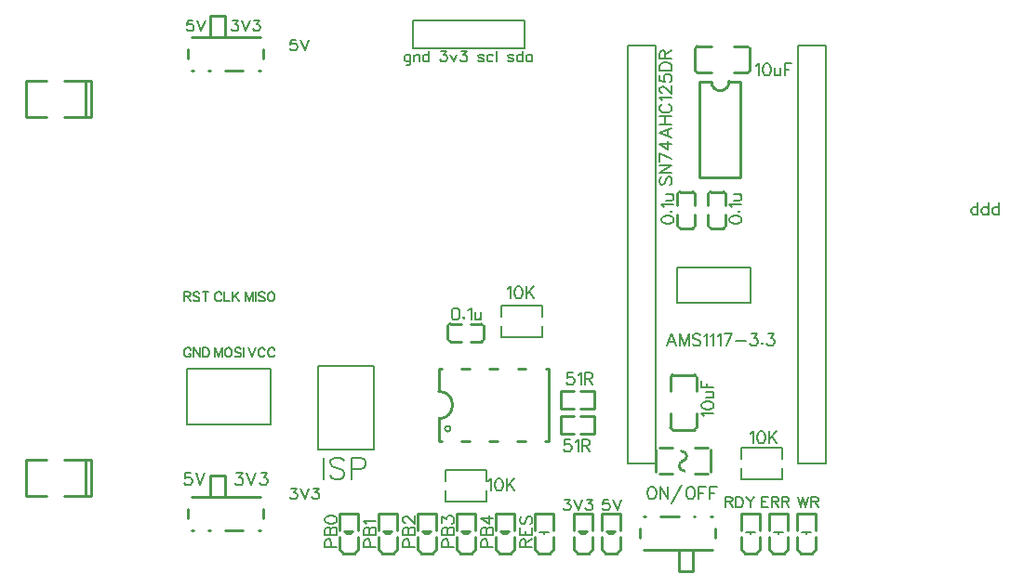
<source format=gto>
G04 Layer: TopSilkLayer*
G04 EasyEDA v6.4.17, 2021-03-02T21:28:07+01:00*
G04 1007e7e2c1864e39a1c220729244a999,9c416354eb984020824aaf9c885bead6,10*
G04 Gerber Generator version 0.2*
G04 Scale: 100 percent, Rotated: No, Reflected: No *
G04 Dimensions in inches *
G04 leading zeros omitted , absolute positions ,3 integer and 6 decimal *
%FSLAX36Y36*%
%MOIN*%

%ADD10C,0.0100*%
%ADD43C,0.0080*%
%ADD44C,0.0059*%
%ADD45C,0.0080*%
%ADD46C,0.0080*%
%ADD47C,0.0079*%
%ADD48C,0.0079*%
%ADD49C,0.0059*%
%ADD50C,0.0070*%
%ADD51C,0.0060*%

%LPD*%
D45*
X1161800Y837600D02*
G01*
X1161800Y808499D01*
X1160000Y803099D01*
X1158199Y801300D01*
X1154499Y799499D01*
X1149099Y799499D01*
X1145500Y801300D01*
X1161800Y832199D02*
G01*
X1158199Y835799D01*
X1154499Y837600D01*
X1149099Y837600D01*
X1145500Y835799D01*
X1141800Y832199D01*
X1140000Y826700D01*
X1140000Y823099D01*
X1141800Y817600D01*
X1145500Y814000D01*
X1149099Y812199D01*
X1154499Y812199D01*
X1158199Y814000D01*
X1161800Y817600D01*
X1173800Y837600D02*
G01*
X1173800Y812199D01*
X1173800Y830399D02*
G01*
X1179300Y835799D01*
X1182899Y837600D01*
X1188400Y837600D01*
X1191999Y835799D01*
X1193800Y830399D01*
X1193800Y812199D01*
X1227600Y850399D02*
G01*
X1227600Y812199D01*
X1227600Y832199D02*
G01*
X1223999Y835799D01*
X1220399Y837600D01*
X1214899Y837600D01*
X1211300Y835799D01*
X1207600Y832199D01*
X1205799Y826700D01*
X1205799Y823099D01*
X1207600Y817600D01*
X1211300Y814000D01*
X1214899Y812199D01*
X1220399Y812199D01*
X1223999Y814000D01*
X1227600Y817600D01*
X1271300Y850399D02*
G01*
X1291300Y850399D01*
X1280399Y835799D01*
X1285799Y835799D01*
X1289499Y834000D01*
X1291300Y832199D01*
X1293100Y826700D01*
X1293100Y823099D01*
X1291300Y817600D01*
X1287600Y814000D01*
X1282200Y812199D01*
X1276700Y812199D01*
X1271300Y814000D01*
X1269499Y815799D01*
X1267600Y819499D01*
X1305100Y837600D02*
G01*
X1316000Y812199D01*
X1326899Y837600D02*
G01*
X1316000Y812199D01*
X1342500Y850399D02*
G01*
X1362500Y850399D01*
X1351599Y835799D01*
X1357100Y835799D01*
X1360699Y834000D01*
X1362500Y832199D01*
X1364399Y826700D01*
X1364399Y823099D01*
X1362500Y817600D01*
X1358900Y814000D01*
X1353500Y812199D01*
X1348000Y812199D01*
X1342500Y814000D01*
X1340699Y815799D01*
X1338900Y819499D01*
X1424399Y832199D02*
G01*
X1422500Y835799D01*
X1417100Y837600D01*
X1411599Y837600D01*
X1406199Y835799D01*
X1404399Y832199D01*
X1406199Y828499D01*
X1409799Y826700D01*
X1418900Y824899D01*
X1422500Y823099D01*
X1424399Y819499D01*
X1424399Y817600D01*
X1422500Y814000D01*
X1417100Y812199D01*
X1411599Y812199D01*
X1406199Y814000D01*
X1404399Y817600D01*
X1458199Y832199D02*
G01*
X1454499Y835799D01*
X1450900Y837600D01*
X1445500Y837600D01*
X1441800Y835799D01*
X1438199Y832199D01*
X1436400Y826700D01*
X1436400Y823099D01*
X1438199Y817600D01*
X1441800Y814000D01*
X1445500Y812199D01*
X1450900Y812199D01*
X1454499Y814000D01*
X1458199Y817600D01*
X1470200Y850399D02*
G01*
X1470200Y812199D01*
X1530200Y832199D02*
G01*
X1528400Y835799D01*
X1522899Y837600D01*
X1517500Y837600D01*
X1511999Y835799D01*
X1510200Y832199D01*
X1511999Y828499D01*
X1515600Y826700D01*
X1524700Y824899D01*
X1528400Y823099D01*
X1530200Y819499D01*
X1530200Y817600D01*
X1528400Y814000D01*
X1522899Y812199D01*
X1517500Y812199D01*
X1511999Y814000D01*
X1510200Y817600D01*
X1563999Y850399D02*
G01*
X1563999Y812199D01*
X1563999Y832199D02*
G01*
X1560399Y835799D01*
X1556700Y837600D01*
X1551300Y837600D01*
X1547600Y835799D01*
X1543999Y832199D01*
X1542200Y826700D01*
X1542200Y823099D01*
X1543999Y817600D01*
X1547600Y814000D01*
X1551300Y812199D01*
X1556700Y812199D01*
X1560399Y814000D01*
X1563999Y817600D01*
X1597799Y837600D02*
G01*
X1597799Y812199D01*
X1597799Y832199D02*
G01*
X1594200Y835799D01*
X1590500Y837600D01*
X1585100Y837600D01*
X1581499Y835799D01*
X1577799Y832199D01*
X1576000Y826700D01*
X1576000Y823099D01*
X1577799Y817600D01*
X1581499Y814000D01*
X1585100Y812199D01*
X1590500Y812199D01*
X1594200Y814000D01*
X1597799Y817600D01*
X850000Y-609299D02*
G01*
X850000Y-685599D01*
X924899Y-620199D02*
G01*
X917600Y-612899D01*
X906700Y-609299D01*
X892199Y-609299D01*
X881300Y-612899D01*
X874000Y-620199D01*
X874000Y-627500D01*
X877600Y-634699D01*
X881300Y-638400D01*
X888499Y-641999D01*
X910399Y-649299D01*
X917600Y-652899D01*
X921300Y-656500D01*
X924899Y-663800D01*
X924899Y-674699D01*
X917600Y-681999D01*
X906700Y-685599D01*
X892199Y-685599D01*
X881300Y-681999D01*
X874000Y-674699D01*
X948899Y-609299D02*
G01*
X948899Y-685599D01*
X948899Y-609299D02*
G01*
X981599Y-609299D01*
X992500Y-612899D01*
X996199Y-616500D01*
X999799Y-623800D01*
X999799Y-634699D01*
X996199Y-641999D01*
X992500Y-645599D01*
X981599Y-649299D01*
X948899Y-649299D01*
X374499Y-664600D02*
G01*
X354099Y-664600D01*
X351999Y-683000D01*
X354099Y-680999D01*
X360199Y-678899D01*
X366399Y-678899D01*
X372500Y-680999D01*
X376599Y-685000D01*
X378600Y-691199D01*
X378600Y-695300D01*
X376599Y-701399D01*
X372500Y-705500D01*
X366399Y-707500D01*
X360199Y-707500D01*
X354099Y-705500D01*
X351999Y-703499D01*
X350000Y-699400D01*
X392100Y-664600D02*
G01*
X408499Y-707500D01*
X424899Y-664600D02*
G01*
X408499Y-707500D01*
X536999Y-664600D02*
G01*
X559499Y-664600D01*
X547199Y-680999D01*
X553299Y-680999D01*
X557399Y-683000D01*
X559499Y-685000D01*
X561500Y-691199D01*
X561500Y-695300D01*
X559499Y-701399D01*
X555399Y-705500D01*
X549200Y-707500D01*
X543099Y-707500D01*
X536999Y-705500D01*
X534899Y-703499D01*
X532899Y-699400D01*
X575000Y-664600D02*
G01*
X591399Y-707500D01*
X607699Y-664600D02*
G01*
X591399Y-707500D01*
X625300Y-664600D02*
G01*
X647800Y-664600D01*
X635500Y-680999D01*
X641700Y-680999D01*
X645799Y-683000D01*
X647800Y-685000D01*
X649899Y-691199D01*
X649899Y-695300D01*
X647800Y-701399D01*
X643699Y-705500D01*
X637600Y-707500D01*
X631500Y-707500D01*
X625300Y-705500D01*
X623299Y-703499D01*
X621199Y-699400D01*
X751799Y890399D02*
G01*
X733600Y890399D01*
X731799Y874000D01*
X733600Y875799D01*
X739099Y877600D01*
X744499Y877600D01*
X750000Y875799D01*
X753600Y872199D01*
X755500Y866700D01*
X755500Y863099D01*
X753600Y857600D01*
X750000Y854000D01*
X744499Y852199D01*
X739099Y852199D01*
X733600Y854000D01*
X731799Y855799D01*
X730000Y859499D01*
X767500Y890399D02*
G01*
X781999Y852199D01*
X796500Y890399D02*
G01*
X781999Y852199D01*
X733600Y-719600D02*
G01*
X753600Y-719600D01*
X742699Y-734200D01*
X748200Y-734200D01*
X751799Y-735999D01*
X753600Y-737800D01*
X755500Y-743299D01*
X755500Y-746900D01*
X753600Y-752399D01*
X750000Y-755999D01*
X744499Y-757800D01*
X739099Y-757800D01*
X733600Y-755999D01*
X731799Y-754200D01*
X730000Y-750500D01*
X767500Y-719600D02*
G01*
X781999Y-757800D01*
X796500Y-719600D02*
G01*
X781999Y-757800D01*
X812199Y-719600D02*
G01*
X832199Y-719600D01*
X821300Y-734200D01*
X826700Y-734200D01*
X830399Y-735999D01*
X832199Y-737800D01*
X834000Y-743299D01*
X834000Y-746900D01*
X832199Y-752399D01*
X828499Y-755999D01*
X823099Y-757800D01*
X817600Y-757800D01*
X812199Y-755999D01*
X810399Y-754200D01*
X808499Y-750500D01*
X381500Y959699D02*
G01*
X363600Y959699D01*
X361799Y943600D01*
X363600Y945399D01*
X368899Y947199D01*
X374299Y947199D01*
X379699Y945399D01*
X383299Y941799D01*
X385100Y936500D01*
X385100Y932899D01*
X383299Y927500D01*
X379699Y923899D01*
X374299Y922100D01*
X368899Y922100D01*
X363600Y923899D01*
X361799Y925700D01*
X360000Y929299D01*
X396900Y959699D02*
G01*
X411199Y922100D01*
X425500Y959699D02*
G01*
X411199Y922100D01*
X523600Y959699D02*
G01*
X543200Y959699D01*
X532500Y945399D01*
X537899Y945399D01*
X541500Y943600D01*
X543200Y941799D01*
X545000Y936500D01*
X545000Y932899D01*
X543200Y927500D01*
X539699Y923899D01*
X534299Y922100D01*
X528899Y922100D01*
X523600Y923899D01*
X521799Y925700D01*
X520000Y929299D01*
X556900Y959699D02*
G01*
X571199Y922100D01*
X585500Y959699D02*
G01*
X571199Y922100D01*
X600900Y959699D02*
G01*
X620599Y959699D01*
X609800Y945399D01*
X615199Y945399D01*
X618800Y943600D01*
X620599Y941799D01*
X622300Y936500D01*
X622300Y932899D01*
X620599Y927500D01*
X616999Y923899D01*
X611599Y922100D01*
X606199Y922100D01*
X600900Y923899D01*
X599099Y925700D01*
X597300Y929299D01*
D50*
X3194499Y305399D02*
G01*
X3194499Y262500D01*
X3194499Y285000D02*
G01*
X3190500Y289000D01*
X3186400Y291100D01*
X3180200Y291100D01*
X3176099Y289000D01*
X3171999Y285000D01*
X3170000Y278800D01*
X3170000Y274699D01*
X3171999Y268600D01*
X3176099Y264499D01*
X3180200Y262500D01*
X3186400Y262500D01*
X3190500Y264499D01*
X3194499Y268600D01*
X3232600Y305399D02*
G01*
X3232600Y262500D01*
X3232600Y285000D02*
G01*
X3228500Y289000D01*
X3224399Y291100D01*
X3218299Y291100D01*
X3214200Y289000D01*
X3210100Y285000D01*
X3208000Y278800D01*
X3208000Y274699D01*
X3210100Y268600D01*
X3214200Y264499D01*
X3218299Y262500D01*
X3224399Y262500D01*
X3228500Y264499D01*
X3232600Y268600D01*
X3270600Y305399D02*
G01*
X3270600Y262500D01*
X3270600Y285000D02*
G01*
X3266499Y289000D01*
X3262500Y291100D01*
X3256300Y291100D01*
X3252200Y289000D01*
X3248100Y285000D01*
X3246099Y278800D01*
X3246099Y274699D01*
X3248100Y268600D01*
X3252200Y264499D01*
X3256300Y262500D01*
X3262500Y262500D01*
X3266499Y264499D01*
X3270600Y268600D01*
D51*
X2400000Y797199D02*
G01*
X2404099Y799299D01*
X2410200Y805399D01*
X2410200Y762500D01*
X2436000Y805399D02*
G01*
X2429899Y803400D01*
X2425799Y797199D01*
X2423699Y786999D01*
X2423699Y780900D01*
X2425799Y770599D01*
X2429899Y764499D01*
X2436000Y762500D01*
X2440100Y762500D01*
X2446199Y764499D01*
X2450299Y770599D01*
X2452399Y780900D01*
X2452399Y786999D01*
X2450299Y797199D01*
X2446199Y803400D01*
X2440100Y805399D01*
X2436000Y805399D01*
X2465900Y791100D02*
G01*
X2465900Y770599D01*
X2467899Y764499D01*
X2471999Y762500D01*
X2478100Y762500D01*
X2482200Y764499D01*
X2488400Y770599D01*
X2488400Y791100D02*
G01*
X2488400Y762500D01*
X2501899Y805399D02*
G01*
X2501899Y762500D01*
X2501899Y805399D02*
G01*
X2528500Y805399D01*
X2501899Y785000D02*
G01*
X2518199Y785000D01*
X2212799Y-460000D02*
G01*
X2210699Y-455900D01*
X2204600Y-449800D01*
X2247500Y-449800D01*
X2204600Y-424000D02*
G01*
X2206599Y-430100D01*
X2212799Y-434200D01*
X2223000Y-436300D01*
X2229099Y-436300D01*
X2239399Y-434200D01*
X2245500Y-430100D01*
X2247500Y-424000D01*
X2247500Y-419899D01*
X2245500Y-413800D01*
X2239399Y-409699D01*
X2229099Y-407600D01*
X2223000Y-407600D01*
X2212799Y-409699D01*
X2206599Y-413800D01*
X2204600Y-419899D01*
X2204600Y-424000D01*
X2218900Y-394099D02*
G01*
X2239399Y-394099D01*
X2245500Y-392100D01*
X2247500Y-388000D01*
X2247500Y-381900D01*
X2245500Y-377800D01*
X2239399Y-371599D01*
X2218900Y-371599D02*
G01*
X2247500Y-371599D01*
X2204600Y-358099D02*
G01*
X2247500Y-358099D01*
X2204600Y-358099D02*
G01*
X2204600Y-331500D01*
X2225000Y-358099D02*
G01*
X2225000Y-341799D01*
X2420000Y-749600D02*
G01*
X2420000Y-787800D01*
X2420000Y-749600D02*
G01*
X2443599Y-749600D01*
X2420000Y-767800D02*
G01*
X2434499Y-767800D01*
X2420000Y-787800D02*
G01*
X2443599Y-787800D01*
X2455600Y-749600D02*
G01*
X2455600Y-787800D01*
X2455600Y-749600D02*
G01*
X2471999Y-749600D01*
X2477500Y-751500D01*
X2479300Y-753299D01*
X2481099Y-756900D01*
X2481099Y-760500D01*
X2479300Y-764200D01*
X2477500Y-765999D01*
X2471999Y-767800D01*
X2455600Y-767800D01*
X2468400Y-767800D02*
G01*
X2481099Y-787800D01*
X2493100Y-749600D02*
G01*
X2493100Y-787800D01*
X2493100Y-749600D02*
G01*
X2509499Y-749600D01*
X2514899Y-751500D01*
X2516700Y-753299D01*
X2518500Y-756900D01*
X2518500Y-760500D01*
X2516700Y-764200D01*
X2514899Y-765999D01*
X2509499Y-767800D01*
X2493100Y-767800D01*
X2505799Y-767800D02*
G01*
X2518500Y-787800D01*
X1554600Y-930000D02*
G01*
X1597500Y-930000D01*
X1554600Y-930000D02*
G01*
X1554600Y-911599D01*
X1556599Y-905500D01*
X1558699Y-903400D01*
X1562799Y-901399D01*
X1566899Y-901399D01*
X1571000Y-903400D01*
X1573000Y-905500D01*
X1575000Y-911599D01*
X1575000Y-930000D01*
X1575000Y-915700D02*
G01*
X1597500Y-901399D01*
X1554600Y-887899D02*
G01*
X1597500Y-887899D01*
X1554600Y-887899D02*
G01*
X1554600Y-861300D01*
X1575000Y-887899D02*
G01*
X1575000Y-871500D01*
X1597500Y-887899D02*
G01*
X1597500Y-861300D01*
X1560699Y-819099D02*
G01*
X1556599Y-823200D01*
X1554600Y-829400D01*
X1554600Y-837500D01*
X1556599Y-843699D01*
X1560699Y-847800D01*
X1564799Y-847800D01*
X1568900Y-845700D01*
X1571000Y-843699D01*
X1573000Y-839600D01*
X1577100Y-827300D01*
X1579099Y-823200D01*
X1581199Y-821199D01*
X1585299Y-819099D01*
X1591400Y-819099D01*
X1595500Y-823200D01*
X1597500Y-829400D01*
X1597500Y-837500D01*
X1595500Y-843699D01*
X1591400Y-847800D01*
X2290000Y-749600D02*
G01*
X2290000Y-787800D01*
X2290000Y-749600D02*
G01*
X2306400Y-749600D01*
X2311800Y-751500D01*
X2313599Y-753299D01*
X2315500Y-756900D01*
X2315500Y-760500D01*
X2313599Y-764200D01*
X2311800Y-765999D01*
X2306400Y-767800D01*
X2290000Y-767800D01*
X2302700Y-767800D02*
G01*
X2315500Y-787800D01*
X2327500Y-749600D02*
G01*
X2327500Y-787800D01*
X2327500Y-749600D02*
G01*
X2340200Y-749600D01*
X2345600Y-751500D01*
X2349300Y-755100D01*
X2351099Y-758699D01*
X2352899Y-764200D01*
X2352899Y-773299D01*
X2351099Y-778699D01*
X2349300Y-782399D01*
X2345600Y-785999D01*
X2340200Y-787800D01*
X2327500Y-787800D01*
X2364899Y-749600D02*
G01*
X2379499Y-767800D01*
X2379499Y-787800D01*
X2393999Y-749600D02*
G01*
X2379499Y-767800D01*
X2550000Y-749600D02*
G01*
X2559099Y-787800D01*
X2568199Y-749600D02*
G01*
X2559099Y-787800D01*
X2568199Y-749600D02*
G01*
X2577299Y-787800D01*
X2586400Y-749600D02*
G01*
X2577299Y-787800D01*
X2598400Y-749600D02*
G01*
X2598400Y-787800D01*
X2598400Y-749600D02*
G01*
X2614700Y-749600D01*
X2620200Y-751500D01*
X2621999Y-753299D01*
X2623800Y-756900D01*
X2623800Y-760500D01*
X2621999Y-764200D01*
X2620200Y-765999D01*
X2614700Y-767800D01*
X2598400Y-767800D01*
X2611099Y-767800D02*
G01*
X2623800Y-787800D01*
X1713599Y-759600D02*
G01*
X1733599Y-759600D01*
X1722700Y-774200D01*
X1728199Y-774200D01*
X1731800Y-775999D01*
X1733599Y-777800D01*
X1735500Y-783299D01*
X1735500Y-786900D01*
X1733599Y-792399D01*
X1730000Y-795999D01*
X1724499Y-797800D01*
X1719099Y-797800D01*
X1713599Y-795999D01*
X1711800Y-794200D01*
X1710000Y-790500D01*
X1747500Y-759600D02*
G01*
X1761999Y-797800D01*
X1776499Y-759600D02*
G01*
X1761999Y-797800D01*
X1792200Y-759600D02*
G01*
X1812200Y-759600D01*
X1801300Y-774200D01*
X1806700Y-774200D01*
X1810399Y-775999D01*
X1812200Y-777800D01*
X1813999Y-783299D01*
X1813999Y-786900D01*
X1812200Y-792399D01*
X1808500Y-795999D01*
X1803100Y-797800D01*
X1797600Y-797800D01*
X1792200Y-795999D01*
X1790399Y-794200D01*
X1788500Y-790500D01*
X1871800Y-759600D02*
G01*
X1853599Y-759600D01*
X1851800Y-775999D01*
X1853599Y-774200D01*
X1859099Y-772399D01*
X1864499Y-772399D01*
X1870000Y-774200D01*
X1873599Y-777800D01*
X1875500Y-783299D01*
X1875500Y-786900D01*
X1873599Y-792399D01*
X1870000Y-795999D01*
X1864499Y-797800D01*
X1859099Y-797800D01*
X1853599Y-795999D01*
X1851800Y-794200D01*
X1850000Y-790500D01*
X1887500Y-759600D02*
G01*
X1901999Y-797800D01*
X1916499Y-759600D02*
G01*
X1901999Y-797800D01*
X1744579Y-304600D02*
G01*
X1724080Y-304600D01*
X1722079Y-323000D01*
X1724080Y-320999D01*
X1730180Y-318899D01*
X1736379Y-318899D01*
X1742479Y-320999D01*
X1746580Y-325000D01*
X1748680Y-331199D01*
X1748680Y-335300D01*
X1746580Y-341399D01*
X1742479Y-345500D01*
X1736379Y-347500D01*
X1730180Y-347500D01*
X1724080Y-345500D01*
X1722079Y-343499D01*
X1719979Y-339400D01*
X1762179Y-312800D02*
G01*
X1766180Y-310700D01*
X1772380Y-304600D01*
X1772380Y-347500D01*
X1785879Y-304600D02*
G01*
X1785879Y-347500D01*
X1785879Y-304600D02*
G01*
X1804279Y-304600D01*
X1810379Y-306599D01*
X1812479Y-308699D01*
X1814480Y-312800D01*
X1814480Y-316900D01*
X1812479Y-320999D01*
X1810379Y-323000D01*
X1804279Y-325000D01*
X1785879Y-325000D01*
X1800180Y-325000D02*
G01*
X1814480Y-347500D01*
X1734579Y-544600D02*
G01*
X1714080Y-544600D01*
X1712079Y-563000D01*
X1714080Y-560999D01*
X1720180Y-558899D01*
X1726379Y-558899D01*
X1732479Y-560999D01*
X1736580Y-565000D01*
X1738680Y-571199D01*
X1738680Y-575300D01*
X1736580Y-581399D01*
X1732479Y-585500D01*
X1726379Y-587500D01*
X1720180Y-587500D01*
X1714080Y-585500D01*
X1712079Y-583499D01*
X1709979Y-579400D01*
X1752179Y-552800D02*
G01*
X1756180Y-550700D01*
X1762380Y-544600D01*
X1762380Y-587500D01*
X1775879Y-544600D02*
G01*
X1775879Y-587500D01*
X1775879Y-544600D02*
G01*
X1794279Y-544600D01*
X1800379Y-546599D01*
X1802479Y-548699D01*
X1804480Y-552800D01*
X1804480Y-556900D01*
X1802479Y-560999D01*
X1800379Y-563000D01*
X1794279Y-565000D01*
X1775879Y-565000D01*
X1790180Y-565000D02*
G01*
X1804480Y-587500D01*
X350000Y-14699D02*
G01*
X350000Y-48099D01*
X350000Y-14699D02*
G01*
X364299Y-14699D01*
X369099Y-16300D01*
X370700Y-17899D01*
X372300Y-20999D01*
X372300Y-24200D01*
X370700Y-27399D01*
X369099Y-29000D01*
X364299Y-30599D01*
X350000Y-30599D01*
X361100Y-30599D02*
G01*
X372300Y-48099D01*
X405000Y-19499D02*
G01*
X401900Y-16300D01*
X397100Y-14699D01*
X390700Y-14699D01*
X385999Y-16300D01*
X382800Y-19499D01*
X382800Y-22600D01*
X384400Y-25799D01*
X385999Y-27399D01*
X389099Y-29000D01*
X398699Y-32199D01*
X401900Y-33800D01*
X403499Y-35399D01*
X405000Y-38499D01*
X405000Y-43299D01*
X401900Y-46500D01*
X397100Y-48099D01*
X390700Y-48099D01*
X385999Y-46500D01*
X382800Y-43299D01*
X426700Y-14699D02*
G01*
X426700Y-48099D01*
X415500Y-14699D02*
G01*
X437800Y-14699D01*
X483899Y-22600D02*
G01*
X482300Y-19499D01*
X479099Y-16300D01*
X475900Y-14699D01*
X469499Y-14699D01*
X466399Y-16300D01*
X463200Y-19499D01*
X461599Y-22600D01*
X460000Y-27399D01*
X460000Y-35399D01*
X461599Y-40100D01*
X463200Y-43299D01*
X466399Y-46500D01*
X469499Y-48099D01*
X475900Y-48099D01*
X479099Y-46500D01*
X482300Y-43299D01*
X483899Y-40100D01*
X494400Y-14699D02*
G01*
X494400Y-48099D01*
X494400Y-48099D02*
G01*
X513499Y-48099D01*
X524000Y-14699D02*
G01*
X524000Y-48099D01*
X546199Y-14699D02*
G01*
X524000Y-36999D01*
X531900Y-29000D02*
G01*
X546199Y-48099D01*
X570000Y-14699D02*
G01*
X570000Y-48099D01*
X570000Y-14699D02*
G01*
X582699Y-48099D01*
X595500Y-14699D02*
G01*
X582699Y-48099D01*
X595500Y-14699D02*
G01*
X595500Y-48099D01*
X605999Y-14699D02*
G01*
X605999Y-48099D01*
X638699Y-19499D02*
G01*
X635500Y-16300D01*
X630799Y-14699D01*
X624400Y-14699D01*
X619600Y-16300D01*
X616500Y-19499D01*
X616500Y-22600D01*
X618000Y-25799D01*
X619600Y-27399D01*
X622800Y-29000D01*
X632399Y-32199D01*
X635500Y-33800D01*
X637100Y-35399D01*
X638699Y-38499D01*
X638699Y-43299D01*
X635500Y-46500D01*
X630799Y-48099D01*
X624400Y-48099D01*
X619600Y-46500D01*
X616500Y-43299D01*
X658800Y-14699D02*
G01*
X655599Y-16300D01*
X652399Y-19499D01*
X650799Y-22600D01*
X649200Y-27399D01*
X649200Y-35399D01*
X650799Y-40100D01*
X652399Y-43299D01*
X655599Y-46500D01*
X658800Y-48099D01*
X665100Y-48099D01*
X668299Y-46500D01*
X671500Y-43299D01*
X673099Y-40100D01*
X674699Y-35399D01*
X674699Y-27399D01*
X673099Y-22600D01*
X671500Y-19499D01*
X668299Y-16300D01*
X665100Y-14699D01*
X658800Y-14699D01*
X373899Y-222600D02*
G01*
X372300Y-219499D01*
X369099Y-216300D01*
X365900Y-214699D01*
X359499Y-214699D01*
X356399Y-216300D01*
X353200Y-219499D01*
X351599Y-222600D01*
X350000Y-227399D01*
X350000Y-235399D01*
X351599Y-240100D01*
X353200Y-243299D01*
X356399Y-246500D01*
X359499Y-248099D01*
X365900Y-248099D01*
X369099Y-246500D01*
X372300Y-243299D01*
X373899Y-240100D01*
X373899Y-235399D01*
X365900Y-235399D02*
G01*
X373899Y-235399D01*
X384400Y-214699D02*
G01*
X384400Y-248099D01*
X384400Y-214699D02*
G01*
X406599Y-248099D01*
X406599Y-214699D02*
G01*
X406599Y-248099D01*
X417100Y-214699D02*
G01*
X417100Y-248099D01*
X417100Y-214699D02*
G01*
X428299Y-214699D01*
X433000Y-216300D01*
X436199Y-219499D01*
X437800Y-222600D01*
X439400Y-227399D01*
X439400Y-235399D01*
X437800Y-240100D01*
X436199Y-243299D01*
X433000Y-246500D01*
X428299Y-248099D01*
X417100Y-248099D01*
X460000Y-214699D02*
G01*
X460000Y-248099D01*
X460000Y-214699D02*
G01*
X472699Y-248099D01*
X485500Y-214699D02*
G01*
X472699Y-248099D01*
X485500Y-214699D02*
G01*
X485500Y-248099D01*
X505500Y-214699D02*
G01*
X502300Y-216300D01*
X499099Y-219499D01*
X497500Y-222600D01*
X495999Y-227399D01*
X495999Y-235399D01*
X497500Y-240100D01*
X499099Y-243299D01*
X502300Y-246500D01*
X505500Y-248099D01*
X511900Y-248099D01*
X515000Y-246500D01*
X518200Y-243299D01*
X519800Y-240100D01*
X521399Y-235399D01*
X521399Y-227399D01*
X519800Y-222600D01*
X518200Y-219499D01*
X515000Y-216300D01*
X511900Y-214699D01*
X505500Y-214699D01*
X554200Y-219499D02*
G01*
X550999Y-216300D01*
X546199Y-214699D01*
X539899Y-214699D01*
X535100Y-216300D01*
X531900Y-219499D01*
X531900Y-222600D01*
X533499Y-225799D01*
X535100Y-227399D01*
X538299Y-229000D01*
X547800Y-232199D01*
X550999Y-233800D01*
X552600Y-235399D01*
X554200Y-238499D01*
X554200Y-243299D01*
X550999Y-246500D01*
X546199Y-248099D01*
X539899Y-248099D01*
X535100Y-246500D01*
X531900Y-243299D01*
X564699Y-214699D02*
G01*
X564699Y-248099D01*
X580000Y-214699D02*
G01*
X592699Y-248099D01*
X605500Y-214699D02*
G01*
X592699Y-248099D01*
X639800Y-222600D02*
G01*
X638200Y-219499D01*
X635000Y-216300D01*
X631900Y-214699D01*
X625500Y-214699D01*
X622300Y-216300D01*
X619099Y-219499D01*
X617500Y-222600D01*
X615999Y-227399D01*
X615999Y-235399D01*
X617500Y-240100D01*
X619099Y-243299D01*
X622300Y-246500D01*
X625500Y-248099D01*
X631900Y-248099D01*
X635000Y-246500D01*
X638200Y-243299D01*
X639800Y-240100D01*
X674200Y-222600D02*
G01*
X672600Y-219499D01*
X669400Y-216300D01*
X666199Y-214699D01*
X659899Y-214699D01*
X656700Y-216300D01*
X653499Y-219499D01*
X651900Y-222600D01*
X650300Y-227399D01*
X650300Y-235399D01*
X651900Y-240100D01*
X653499Y-243299D01*
X656700Y-246500D01*
X659899Y-248099D01*
X666199Y-248099D01*
X669400Y-246500D01*
X672600Y-243299D01*
X674200Y-240100D01*
X2022294Y-714598D02*
G01*
X2018194Y-716599D01*
X2014093Y-720698D01*
X2011994Y-724798D01*
X2009993Y-730999D01*
X2009993Y-741199D01*
X2011994Y-747298D01*
X2014093Y-751399D01*
X2018194Y-755498D01*
X2022294Y-757498D01*
X2030493Y-757498D01*
X2034494Y-755498D01*
X2038594Y-751399D01*
X2040694Y-747298D01*
X2042694Y-741199D01*
X2042694Y-730999D01*
X2040694Y-724798D01*
X2038594Y-720698D01*
X2034494Y-716599D01*
X2030493Y-714598D01*
X2022294Y-714598D01*
X2056193Y-714598D02*
G01*
X2056193Y-757498D01*
X2056193Y-714598D02*
G01*
X2084894Y-757498D01*
X2084894Y-714598D02*
G01*
X2084894Y-757498D01*
X2135194Y-706399D02*
G01*
X2098393Y-771898D01*
X2160994Y-714598D02*
G01*
X2156894Y-716599D01*
X2152794Y-720698D01*
X2150694Y-724798D01*
X2148693Y-730999D01*
X2148693Y-741199D01*
X2150694Y-747298D01*
X2152794Y-751399D01*
X2156894Y-755498D01*
X2160994Y-757498D01*
X2169093Y-757498D01*
X2173194Y-755498D01*
X2177294Y-751399D01*
X2179394Y-747298D01*
X2181394Y-741199D01*
X2181394Y-730999D01*
X2179394Y-724798D01*
X2177294Y-720698D01*
X2173194Y-716599D01*
X2169093Y-714598D01*
X2160994Y-714598D01*
X2194894Y-714598D02*
G01*
X2194894Y-757498D01*
X2194894Y-714598D02*
G01*
X2221494Y-714598D01*
X2194894Y-734998D02*
G01*
X2211293Y-734998D01*
X2234993Y-714598D02*
G01*
X2234993Y-757498D01*
X2234993Y-714598D02*
G01*
X2261593Y-714598D01*
X2234993Y-734998D02*
G01*
X2251394Y-734998D01*
X2380000Y-522795D02*
G01*
X2384099Y-520695D01*
X2390200Y-514594D01*
X2390200Y-557494D01*
X2416000Y-514594D02*
G01*
X2409899Y-516595D01*
X2405799Y-522795D01*
X2403699Y-532995D01*
X2403699Y-539095D01*
X2405799Y-549394D01*
X2409899Y-555495D01*
X2416000Y-557494D01*
X2420100Y-557494D01*
X2426199Y-555495D01*
X2430299Y-549394D01*
X2432399Y-539095D01*
X2432399Y-532995D01*
X2430299Y-522795D01*
X2426199Y-516595D01*
X2420100Y-514594D01*
X2416000Y-514594D01*
X2445900Y-514594D02*
G01*
X2445900Y-557494D01*
X2474499Y-514594D02*
G01*
X2445900Y-543195D01*
X2456099Y-532995D02*
G01*
X2474499Y-557494D01*
X1439997Y-692795D02*
G01*
X1444098Y-690695D01*
X1450198Y-684596D01*
X1450198Y-727496D01*
X1475997Y-684596D02*
G01*
X1469898Y-686595D01*
X1465798Y-692795D01*
X1463698Y-702995D01*
X1463698Y-709095D01*
X1465798Y-719396D01*
X1469898Y-725495D01*
X1475997Y-727496D01*
X1480097Y-727496D01*
X1486198Y-725495D01*
X1490298Y-719396D01*
X1492398Y-709095D01*
X1492398Y-702995D01*
X1490298Y-692795D01*
X1486198Y-686595D01*
X1480097Y-684596D01*
X1475997Y-684596D01*
X1505897Y-684596D02*
G01*
X1505897Y-727496D01*
X1534498Y-684596D02*
G01*
X1505897Y-713195D01*
X1516098Y-702995D02*
G01*
X1534498Y-727496D01*
X1509997Y-2795D02*
G01*
X1514098Y-695D01*
X1520198Y5403D01*
X1520198Y-37496D01*
X1545997Y5403D02*
G01*
X1539898Y3404D01*
X1535798Y-2795D01*
X1533698Y-12995D01*
X1533698Y-19095D01*
X1535798Y-29396D01*
X1539898Y-35495D01*
X1545997Y-37496D01*
X1550097Y-37496D01*
X1556198Y-35495D01*
X1560298Y-29396D01*
X1562398Y-19095D01*
X1562398Y-12995D01*
X1560298Y-2795D01*
X1556198Y3404D01*
X1550097Y5403D01*
X1545997Y5403D01*
X1575897Y5403D02*
G01*
X1575897Y-37496D01*
X1604498Y5403D02*
G01*
X1575897Y-23195D01*
X1586098Y-12995D02*
G01*
X1604498Y-37496D01*
X1274600Y-930000D02*
G01*
X1317500Y-930000D01*
X1274600Y-930000D02*
G01*
X1274600Y-911599D01*
X1276599Y-905500D01*
X1278699Y-903400D01*
X1282799Y-901399D01*
X1288900Y-901399D01*
X1293000Y-903400D01*
X1295000Y-905500D01*
X1297100Y-911599D01*
X1297100Y-930000D01*
X1274600Y-887899D02*
G01*
X1317500Y-887899D01*
X1274600Y-887899D02*
G01*
X1274600Y-869499D01*
X1276599Y-863299D01*
X1278699Y-861300D01*
X1282799Y-859200D01*
X1286899Y-859200D01*
X1291000Y-861300D01*
X1293000Y-863299D01*
X1295000Y-869499D01*
X1295000Y-887899D02*
G01*
X1295000Y-869499D01*
X1297100Y-863299D01*
X1299099Y-861300D01*
X1303199Y-859200D01*
X1309399Y-859200D01*
X1313500Y-861300D01*
X1315500Y-863299D01*
X1317500Y-869499D01*
X1317500Y-887899D01*
X1274600Y-841599D02*
G01*
X1274600Y-819099D01*
X1291000Y-831399D01*
X1291000Y-825300D01*
X1293000Y-821199D01*
X1295000Y-819099D01*
X1301199Y-817100D01*
X1305299Y-817100D01*
X1311400Y-819099D01*
X1315500Y-823200D01*
X1317500Y-829400D01*
X1317500Y-835500D01*
X1315500Y-841599D01*
X1313500Y-843699D01*
X1309399Y-845700D01*
X1414600Y-930000D02*
G01*
X1457500Y-930000D01*
X1414600Y-930000D02*
G01*
X1414600Y-911599D01*
X1416599Y-905500D01*
X1418699Y-903400D01*
X1422799Y-901399D01*
X1428900Y-901399D01*
X1433000Y-903400D01*
X1435000Y-905500D01*
X1437100Y-911599D01*
X1437100Y-930000D01*
X1414600Y-887899D02*
G01*
X1457500Y-887899D01*
X1414600Y-887899D02*
G01*
X1414600Y-869499D01*
X1416599Y-863299D01*
X1418699Y-861300D01*
X1422799Y-859200D01*
X1426899Y-859200D01*
X1431000Y-861300D01*
X1433000Y-863299D01*
X1435000Y-869499D01*
X1435000Y-887899D02*
G01*
X1435000Y-869499D01*
X1437100Y-863299D01*
X1439099Y-861300D01*
X1443199Y-859200D01*
X1449399Y-859200D01*
X1453500Y-861300D01*
X1455500Y-863299D01*
X1457500Y-869499D01*
X1457500Y-887899D01*
X1414600Y-825300D02*
G01*
X1443199Y-845700D01*
X1443199Y-815000D01*
X1414600Y-825300D02*
G01*
X1457500Y-825300D01*
X1134600Y-930000D02*
G01*
X1177500Y-930000D01*
X1134600Y-930000D02*
G01*
X1134600Y-911599D01*
X1136599Y-905500D01*
X1138699Y-903400D01*
X1142799Y-901399D01*
X1148900Y-901399D01*
X1153000Y-903400D01*
X1155000Y-905500D01*
X1157100Y-911599D01*
X1157100Y-930000D01*
X1134600Y-887899D02*
G01*
X1177500Y-887899D01*
X1134600Y-887899D02*
G01*
X1134600Y-869499D01*
X1136599Y-863299D01*
X1138699Y-861300D01*
X1142799Y-859200D01*
X1146899Y-859200D01*
X1151000Y-861300D01*
X1153000Y-863299D01*
X1155000Y-869499D01*
X1155000Y-887899D02*
G01*
X1155000Y-869499D01*
X1157100Y-863299D01*
X1159099Y-861300D01*
X1163199Y-859200D01*
X1169399Y-859200D01*
X1173500Y-861300D01*
X1175500Y-863299D01*
X1177500Y-869499D01*
X1177500Y-887899D01*
X1144799Y-843699D02*
G01*
X1142799Y-843699D01*
X1138699Y-841599D01*
X1136599Y-839600D01*
X1134600Y-835500D01*
X1134600Y-827300D01*
X1136599Y-823200D01*
X1138699Y-821199D01*
X1142799Y-819099D01*
X1146899Y-819099D01*
X1151000Y-821199D01*
X1157100Y-825300D01*
X1177500Y-845700D01*
X1177500Y-817100D01*
X994600Y-930000D02*
G01*
X1037500Y-930000D01*
X994600Y-930000D02*
G01*
X994600Y-911599D01*
X996599Y-905500D01*
X998699Y-903400D01*
X1002799Y-901399D01*
X1008900Y-901399D01*
X1013000Y-903400D01*
X1015000Y-905500D01*
X1017100Y-911599D01*
X1017100Y-930000D01*
X994600Y-887899D02*
G01*
X1037500Y-887899D01*
X994600Y-887899D02*
G01*
X994600Y-869499D01*
X996599Y-863299D01*
X998699Y-861300D01*
X1002799Y-859200D01*
X1006899Y-859200D01*
X1011000Y-861300D01*
X1013000Y-863299D01*
X1015000Y-869499D01*
X1015000Y-887899D02*
G01*
X1015000Y-869499D01*
X1017100Y-863299D01*
X1019099Y-861300D01*
X1023199Y-859200D01*
X1029399Y-859200D01*
X1033500Y-861300D01*
X1035500Y-863299D01*
X1037500Y-869499D01*
X1037500Y-887899D01*
X1002799Y-845700D02*
G01*
X1000699Y-841599D01*
X994600Y-835500D01*
X1037500Y-835500D01*
X854600Y-930000D02*
G01*
X897500Y-930000D01*
X854600Y-930000D02*
G01*
X854600Y-911599D01*
X856599Y-905500D01*
X858699Y-903400D01*
X862800Y-901399D01*
X868899Y-901399D01*
X873000Y-903400D01*
X875000Y-905500D01*
X877100Y-911599D01*
X877100Y-930000D01*
X854600Y-887899D02*
G01*
X897500Y-887899D01*
X854600Y-887899D02*
G01*
X854600Y-869499D01*
X856599Y-863299D01*
X858699Y-861300D01*
X862800Y-859200D01*
X866900Y-859200D01*
X870999Y-861300D01*
X873000Y-863299D01*
X875000Y-869499D01*
X875000Y-887899D02*
G01*
X875000Y-869499D01*
X877100Y-863299D01*
X879099Y-861300D01*
X883200Y-859200D01*
X889400Y-859200D01*
X893499Y-861300D01*
X895500Y-863299D01*
X897500Y-869499D01*
X897500Y-887899D01*
X854600Y-833499D02*
G01*
X856599Y-839600D01*
X862800Y-843699D01*
X873000Y-845700D01*
X879099Y-845700D01*
X889400Y-843699D01*
X895500Y-839600D01*
X897500Y-833499D01*
X897500Y-829400D01*
X895500Y-823200D01*
X889400Y-819099D01*
X879099Y-817100D01*
X873000Y-817100D01*
X862800Y-819099D01*
X856599Y-823200D01*
X854600Y-829400D01*
X854600Y-833499D01*
X1320933Y-71799D02*
G01*
X1314732Y-73800D01*
X1310632Y-80000D01*
X1308632Y-90199D01*
X1308632Y-96300D01*
X1310632Y-106599D01*
X1314732Y-112699D01*
X1320933Y-114699D01*
X1325033Y-114699D01*
X1331132Y-112699D01*
X1335232Y-106599D01*
X1337232Y-96300D01*
X1337232Y-90199D01*
X1335232Y-80000D01*
X1331132Y-73800D01*
X1325033Y-71799D01*
X1320933Y-71799D01*
X1352833Y-104499D02*
G01*
X1350733Y-106599D01*
X1352833Y-108600D01*
X1354832Y-106599D01*
X1352833Y-104499D01*
X1368333Y-80000D02*
G01*
X1372433Y-77899D01*
X1378632Y-71799D01*
X1378632Y-114699D01*
X1392133Y-86100D02*
G01*
X1392133Y-106599D01*
X1394133Y-112699D01*
X1398233Y-114699D01*
X1404332Y-114699D01*
X1408433Y-112699D01*
X1414633Y-106599D01*
X1414633Y-86100D02*
G01*
X1414633Y-114699D01*
X2061700Y242433D02*
G01*
X2063699Y236233D01*
X2069899Y232132D01*
X2080100Y230133D01*
X2086199Y230133D01*
X2096499Y232132D01*
X2102600Y236233D01*
X2104600Y242433D01*
X2104600Y246532D01*
X2102600Y252633D01*
X2096499Y256732D01*
X2086199Y258733D01*
X2080100Y258733D01*
X2069899Y256732D01*
X2063699Y252633D01*
X2061700Y246532D01*
X2061700Y242433D01*
X2094399Y274333D02*
G01*
X2096499Y272233D01*
X2098500Y274333D01*
X2096499Y276332D01*
X2094399Y274333D01*
X2069899Y289832D02*
G01*
X2067799Y293933D01*
X2061700Y300133D01*
X2104600Y300133D01*
X2076000Y313632D02*
G01*
X2096499Y313632D01*
X2102600Y315632D01*
X2104600Y319733D01*
X2104600Y325832D01*
X2102600Y329933D01*
X2096499Y336132D01*
X2076000Y336132D02*
G01*
X2104600Y336132D01*
X2304600Y242303D02*
G01*
X2306599Y236102D01*
X2312799Y232002D01*
X2323000Y230003D01*
X2329099Y230003D01*
X2339399Y232002D01*
X2345500Y236102D01*
X2347500Y242303D01*
X2347500Y246403D01*
X2345500Y252503D01*
X2339399Y256603D01*
X2329099Y258602D01*
X2323000Y258602D01*
X2312799Y256603D01*
X2306599Y252503D01*
X2304600Y246403D01*
X2304600Y242303D01*
X2337299Y274203D02*
G01*
X2339399Y272103D01*
X2341400Y274203D01*
X2339399Y276203D01*
X2337299Y274203D01*
X2312799Y289702D02*
G01*
X2310699Y293802D01*
X2304600Y300003D01*
X2347500Y300003D01*
X2318900Y313503D02*
G01*
X2339399Y313503D01*
X2345500Y315502D01*
X2347500Y319603D01*
X2347500Y325702D01*
X2345500Y329803D01*
X2339399Y336003D01*
X2318900Y336003D02*
G01*
X2347500Y336003D01*
X2060699Y398600D02*
G01*
X2056598Y394501D01*
X2054598Y388400D01*
X2054598Y380201D01*
X2056598Y374101D01*
X2060699Y370001D01*
X2064799Y370001D01*
X2068899Y372001D01*
X2070999Y374101D01*
X2072998Y378200D01*
X2077098Y390500D01*
X2079098Y394501D01*
X2081198Y396601D01*
X2085299Y398600D01*
X2091399Y398600D01*
X2095498Y394501D01*
X2097498Y388400D01*
X2097498Y380201D01*
X2095498Y374101D01*
X2091399Y370001D01*
X2054598Y412100D02*
G01*
X2097498Y412100D01*
X2054598Y412100D02*
G01*
X2097498Y440801D01*
X2054598Y440801D02*
G01*
X2097498Y440801D01*
X2054598Y482901D02*
G01*
X2097498Y462501D01*
X2054598Y454301D02*
G01*
X2054598Y482901D01*
X2054598Y516900D02*
G01*
X2083199Y496401D01*
X2083199Y527100D01*
X2054598Y516900D02*
G01*
X2097498Y516900D01*
X2054598Y557001D02*
G01*
X2097498Y540601D01*
X2054598Y557001D02*
G01*
X2097498Y573301D01*
X2083199Y546700D02*
G01*
X2083199Y567201D01*
X2054598Y586801D02*
G01*
X2097498Y586801D01*
X2054598Y615500D02*
G01*
X2097498Y615500D01*
X2074998Y586801D02*
G01*
X2074998Y615500D01*
X2064799Y659600D02*
G01*
X2060699Y657600D01*
X2056598Y653501D01*
X2054598Y649400D01*
X2054598Y641201D01*
X2056598Y637100D01*
X2060699Y633000D01*
X2064799Y631001D01*
X2070999Y629000D01*
X2081198Y629000D01*
X2087299Y631001D01*
X2091399Y633000D01*
X2095498Y637100D01*
X2097498Y641201D01*
X2097498Y649400D01*
X2095498Y653501D01*
X2091399Y657600D01*
X2087299Y659600D01*
X2062799Y673101D02*
G01*
X2060699Y677201D01*
X2054598Y683400D01*
X2097498Y683400D01*
X2064799Y698901D02*
G01*
X2062799Y698901D01*
X2058698Y701001D01*
X2056598Y703000D01*
X2054598Y707100D01*
X2054598Y715300D01*
X2056598Y719400D01*
X2058698Y721401D01*
X2062799Y723501D01*
X2066899Y723501D01*
X2070999Y721401D01*
X2077098Y717301D01*
X2097498Y696900D01*
X2097498Y725500D01*
X2054598Y763501D02*
G01*
X2054598Y743101D01*
X2072998Y741001D01*
X2070999Y743101D01*
X2068899Y749200D01*
X2068899Y755401D01*
X2070999Y761500D01*
X2074998Y765601D01*
X2081198Y767600D01*
X2085299Y767600D01*
X2091399Y765601D01*
X2095498Y761500D01*
X2097498Y755401D01*
X2097498Y749200D01*
X2095498Y743101D01*
X2093499Y741001D01*
X2089399Y739000D01*
X2054598Y781100D02*
G01*
X2097498Y781100D01*
X2054598Y781100D02*
G01*
X2054598Y795500D01*
X2056598Y801601D01*
X2060699Y805700D01*
X2064799Y807701D01*
X2070999Y809801D01*
X2081198Y809801D01*
X2087299Y807701D01*
X2091399Y805700D01*
X2095498Y801601D01*
X2097498Y795500D01*
X2097498Y781100D01*
X2054598Y823301D02*
G01*
X2097498Y823301D01*
X2054598Y823301D02*
G01*
X2054598Y841700D01*
X2056598Y847800D01*
X2058698Y849900D01*
X2062799Y851900D01*
X2066899Y851900D01*
X2070999Y849900D01*
X2072998Y847800D01*
X2074998Y841700D01*
X2074998Y823301D01*
X2074998Y837600D02*
G01*
X2097498Y851900D01*
X2096400Y-164600D02*
G01*
X2080000Y-207500D01*
X2096400Y-164600D02*
G01*
X2112700Y-207500D01*
X2086099Y-193200D02*
G01*
X2106599Y-193200D01*
X2126199Y-164600D02*
G01*
X2126199Y-207500D01*
X2126199Y-164600D02*
G01*
X2142600Y-207500D01*
X2158999Y-164600D02*
G01*
X2142600Y-207500D01*
X2158999Y-164600D02*
G01*
X2158999Y-207500D01*
X2201099Y-170700D02*
G01*
X2196999Y-166599D01*
X2190900Y-164600D01*
X2182700Y-164600D01*
X2176499Y-166599D01*
X2172500Y-170700D01*
X2172500Y-174800D01*
X2174499Y-178899D01*
X2176499Y-180999D01*
X2180600Y-183000D01*
X2192899Y-187100D01*
X2196999Y-189099D01*
X2198999Y-191199D01*
X2201099Y-195300D01*
X2201099Y-201399D01*
X2196999Y-205500D01*
X2190900Y-207500D01*
X2182700Y-207500D01*
X2176499Y-205500D01*
X2172500Y-201399D01*
X2214600Y-172800D02*
G01*
X2218699Y-170700D01*
X2224799Y-164600D01*
X2224799Y-207500D01*
X2238299Y-172800D02*
G01*
X2242399Y-170700D01*
X2248500Y-164600D01*
X2248500Y-207500D01*
X2261999Y-172800D02*
G01*
X2266099Y-170700D01*
X2272299Y-164600D01*
X2272299Y-207500D01*
X2314399Y-164600D02*
G01*
X2293999Y-207500D01*
X2285799Y-164600D02*
G01*
X2314399Y-164600D01*
X2327899Y-189099D02*
G01*
X2364700Y-189099D01*
X2382299Y-164600D02*
G01*
X2404799Y-164600D01*
X2392500Y-180999D01*
X2398699Y-180999D01*
X2402799Y-183000D01*
X2404799Y-185000D01*
X2406899Y-191199D01*
X2406899Y-195300D01*
X2404799Y-201399D01*
X2400699Y-205500D01*
X2394600Y-207500D01*
X2388500Y-207500D01*
X2382299Y-205500D01*
X2380299Y-203499D01*
X2378199Y-199400D01*
X2422399Y-197300D02*
G01*
X2420399Y-199400D01*
X2422399Y-201399D01*
X2424499Y-199400D01*
X2422399Y-197300D01*
X2441999Y-164600D02*
G01*
X2464499Y-164600D01*
X2452299Y-180999D01*
X2458400Y-180999D01*
X2462500Y-183000D01*
X2464499Y-185000D01*
X2466599Y-191199D01*
X2466599Y-195300D01*
X2464499Y-201399D01*
X2460500Y-205500D01*
X2454300Y-207500D01*
X2448199Y-207500D01*
X2441999Y-205500D01*
X2440000Y-203499D01*
X2438000Y-199400D01*
D10*
X2378425Y859369D02*
G01*
X2378425Y780630D01*
X2240630Y867244D02*
G01*
X2193386Y867244D01*
X2240630Y772755D02*
G01*
X2193386Y772755D01*
X2319371Y867244D02*
G01*
X2366613Y867244D01*
X2319371Y772755D02*
G01*
X2366613Y772755D01*
X2181575Y859369D02*
G01*
X2181575Y780630D01*
X2189449Y867244D02*
G01*
X2193386Y867244D01*
X2189449Y772755D02*
G01*
X2193386Y772755D01*
X2370551Y867244D02*
G01*
X2366613Y867244D01*
X2370551Y772755D02*
G01*
X2366613Y772755D01*
X2100630Y-311574D02*
G01*
X2179369Y-311574D01*
X2092755Y-449369D02*
G01*
X2092755Y-496613D01*
X2187244Y-449369D02*
G01*
X2187244Y-496613D01*
X2092755Y-370628D02*
G01*
X2092755Y-323386D01*
X2187244Y-370628D02*
G01*
X2187244Y-323386D01*
X2100630Y-508425D02*
G01*
X2179369Y-508425D01*
X2092755Y-500551D02*
G01*
X2092755Y-496613D01*
X2187244Y-500551D02*
G01*
X2187244Y-496613D01*
X2092755Y-319448D02*
G01*
X2092755Y-323386D01*
X2187244Y-319448D02*
G01*
X2187244Y-323386D01*
X496062Y977932D02*
G01*
X496062Y899193D01*
X444881Y977932D02*
G01*
X444881Y899193D01*
X496062Y977932D02*
G01*
X444881Y977932D01*
X635000Y855684D02*
G01*
X635000Y822703D01*
X365000Y855684D02*
G01*
X365000Y822703D01*
X384594Y779193D02*
G01*
X375241Y779193D01*
X443654Y779193D02*
G01*
X438229Y779193D01*
X561765Y779193D02*
G01*
X497289Y779193D01*
X624758Y779193D02*
G01*
X615399Y779193D01*
X375241Y899193D02*
G01*
X624758Y899193D01*
X496062Y-672067D02*
G01*
X496062Y-750806D01*
X444881Y-672067D02*
G01*
X444881Y-750806D01*
X496062Y-672067D02*
G01*
X444881Y-672067D01*
X635000Y-794315D02*
G01*
X635000Y-827296D01*
X365000Y-794315D02*
G01*
X365000Y-827296D01*
X384594Y-870806D02*
G01*
X375241Y-870806D01*
X443654Y-870806D02*
G01*
X438229Y-870806D01*
X561765Y-870806D02*
G01*
X497289Y-870806D01*
X624758Y-870806D02*
G01*
X615399Y-870806D01*
X375241Y-750806D02*
G01*
X624758Y-750806D01*
X-78499Y-744960D02*
G01*
X-2640Y-744960D01*
X-78499Y-615039D02*
G01*
X-2640Y-615039D01*
X-2640Y-744960D01*
X18359Y-744960D01*
X18359Y-615039D01*
X-2640Y-615039D01*
X-141500Y-744960D02*
G01*
X-217359Y-744960D01*
X-217359Y-615039D01*
X-141500Y-615039D01*
X-78499Y615039D02*
G01*
X-2640Y615039D01*
X-78499Y744960D02*
G01*
X-2640Y744960D01*
X-2640Y615039D01*
X18359Y615039D01*
X18359Y744960D01*
X-2640Y744960D01*
X-141500Y615039D02*
G01*
X-217359Y615039D01*
X-217359Y744960D01*
X-141500Y744960D01*
X2446000Y-810500D02*
G01*
X2446000Y-868499D01*
X2513999Y-810500D02*
G01*
X2513999Y-868499D01*
X2513999Y-810500D02*
G01*
X2446000Y-810500D01*
X2446000Y-891500D02*
G01*
X2446000Y-937500D01*
X2513999Y-892500D02*
G01*
X2513999Y-937500D01*
X2513999Y-937500D02*
G01*
X2500000Y-951500D01*
X2460000Y-951500D01*
X2446000Y-937500D01*
D43*
X2496000Y-876999D02*
G01*
X2465000Y-876999D01*
X2480312Y-876999D02*
G01*
X2480312Y-883904D01*
D10*
X1606000Y-810500D02*
G01*
X1606000Y-868499D01*
X1673999Y-810500D02*
G01*
X1673999Y-868499D01*
X1673999Y-810500D02*
G01*
X1606000Y-810500D01*
X1606000Y-891500D02*
G01*
X1606000Y-937500D01*
X1673999Y-892500D02*
G01*
X1673999Y-937500D01*
X1673999Y-937500D02*
G01*
X1660000Y-951500D01*
X1620000Y-951500D01*
X1606000Y-937500D01*
D43*
X1656000Y-876999D02*
G01*
X1625000Y-876999D01*
X1640312Y-876999D02*
G01*
X1640312Y-883904D01*
D10*
X2346000Y-810500D02*
G01*
X2346000Y-868499D01*
X2413999Y-810500D02*
G01*
X2413999Y-868499D01*
X2413999Y-810500D02*
G01*
X2346000Y-810500D01*
X2346000Y-891500D02*
G01*
X2346000Y-937500D01*
X2413999Y-892500D02*
G01*
X2413999Y-937500D01*
X2413999Y-937500D02*
G01*
X2400000Y-951500D01*
X2360000Y-951500D01*
X2346000Y-937500D01*
D43*
X2396000Y-876999D02*
G01*
X2365000Y-876999D01*
X2380312Y-876999D02*
G01*
X2380312Y-883904D01*
D10*
X2546000Y-810500D02*
G01*
X2546000Y-868499D01*
X2613999Y-810500D02*
G01*
X2613999Y-868499D01*
X2613999Y-810500D02*
G01*
X2546000Y-810500D01*
X2546000Y-891500D02*
G01*
X2546000Y-937500D01*
X2613999Y-892500D02*
G01*
X2613999Y-937500D01*
X2613999Y-937500D02*
G01*
X2600000Y-951500D01*
X2560000Y-951500D01*
X2546000Y-937500D01*
D43*
X2596000Y-876999D02*
G01*
X2565000Y-876999D01*
X2580312Y-876999D02*
G01*
X2580312Y-883904D01*
D10*
X2238425Y-580630D02*
G01*
X2238425Y-659369D01*
X2041575Y-580630D02*
G01*
X2041575Y-659369D01*
X2179371Y-667244D02*
G01*
X2226613Y-667244D01*
X2179371Y-572755D02*
G01*
X2226613Y-572755D01*
X2100630Y-667244D02*
G01*
X2053387Y-667244D01*
X2100630Y-572755D02*
G01*
X2053387Y-572755D01*
X1746000Y-810500D02*
G01*
X1746000Y-868499D01*
X1813999Y-810500D02*
G01*
X1813999Y-868499D01*
X1813999Y-810500D02*
G01*
X1746000Y-810500D01*
X1746000Y-891500D02*
G01*
X1746000Y-937500D01*
X1813999Y-892500D02*
G01*
X1813999Y-937500D01*
X1813999Y-937500D02*
G01*
X1800000Y-951500D01*
X1760000Y-951500D01*
X1746000Y-937500D01*
D44*
X1795000Y-874499D02*
G01*
X1763999Y-874499D01*
X1773999Y-884499D01*
X1788000Y-884499D01*
X1798000Y-874499D01*
X1788999Y-874499D01*
X1771000Y-879499D02*
G01*
X1791000Y-879499D01*
D10*
X1846000Y-810500D02*
G01*
X1846000Y-868499D01*
X1913999Y-810500D02*
G01*
X1913999Y-868499D01*
X1913999Y-810500D02*
G01*
X1846000Y-810500D01*
X1846000Y-891500D02*
G01*
X1846000Y-937500D01*
X1913999Y-892500D02*
G01*
X1913999Y-937500D01*
X1913999Y-937500D02*
G01*
X1900000Y-951500D01*
X1860000Y-951500D01*
X1846000Y-937500D01*
D44*
X1895000Y-874499D02*
G01*
X1863999Y-874499D01*
X1873999Y-884499D01*
X1888000Y-884499D01*
X1898000Y-874499D01*
X1888999Y-874499D01*
X1871000Y-879499D02*
G01*
X1891000Y-879499D01*
D10*
X1821048Y-431496D02*
G01*
X1821048Y-368503D01*
X1748189Y-368703D02*
G01*
X1698977Y-368703D01*
X1748189Y-431698D02*
G01*
X1698977Y-431698D01*
X1771833Y-368503D02*
G01*
X1821048Y-368503D01*
X1771833Y-431496D02*
G01*
X1821048Y-431496D01*
X1698977Y-431698D02*
G01*
X1698977Y-368703D01*
X1821048Y-521496D02*
G01*
X1821048Y-458503D01*
X1748189Y-458703D02*
G01*
X1698977Y-458703D01*
X1748189Y-521698D02*
G01*
X1698977Y-521698D01*
X1771833Y-458503D02*
G01*
X1821048Y-458503D01*
X1771833Y-521496D02*
G01*
X1821048Y-521496D01*
X1698977Y-521698D02*
G01*
X1698977Y-458703D01*
X2123936Y-1017932D02*
G01*
X2123936Y-939193D01*
X2175119Y-1017932D02*
G01*
X2175119Y-939193D01*
X2123936Y-1017932D02*
G01*
X2175119Y-1017932D01*
X1985000Y-895684D02*
G01*
X1985000Y-862703D01*
X2255000Y-895684D02*
G01*
X2255000Y-862703D01*
X2235405Y-819193D02*
G01*
X2244758Y-819193D01*
X2176345Y-819193D02*
G01*
X2181770Y-819193D01*
X2058235Y-819193D02*
G01*
X2122710Y-819193D01*
X1995241Y-819193D02*
G01*
X2004601Y-819193D01*
X2244758Y-939193D02*
G01*
X1995241Y-939193D01*
D45*
X660000Y-490000D02*
G01*
X660000Y-290000D01*
X360000Y-290000D01*
X360000Y-490000D01*
X660000Y-490000D01*
X468330Y-490000D01*
X1570000Y960000D02*
G01*
X1570000Y860000D01*
X1170000Y860000D01*
X1170000Y960000D01*
X1245000Y960000D01*
D46*
X1570000Y960000D02*
G01*
X1245000Y960000D01*
D10*
X1656850Y-290077D02*
G01*
X1656850Y-549922D01*
X1263149Y-290077D02*
G01*
X1275045Y-290077D01*
X1344955Y-290077D02*
G01*
X1375045Y-290077D01*
X1444955Y-290077D02*
G01*
X1472446Y-290077D01*
X1547554Y-290077D02*
G01*
X1572446Y-290077D01*
X1647554Y-290077D02*
G01*
X1656850Y-290077D01*
X1263149Y-549922D02*
G01*
X1275045Y-549922D01*
X1344955Y-549922D02*
G01*
X1375045Y-549922D01*
X1444955Y-549922D02*
G01*
X1475045Y-549922D01*
X1544955Y-549922D02*
G01*
X1575045Y-549922D01*
X1644955Y-549922D02*
G01*
X1656850Y-549922D01*
X1263149Y-549922D02*
G01*
X1263149Y-469212D01*
X1263149Y-290077D02*
G01*
X1263149Y-370787D01*
D45*
X2040000Y-630000D02*
G01*
X2040000Y-630000D01*
X1940000Y-630000D01*
X1940000Y870000D01*
X2040000Y870000D01*
X2040000Y795000D01*
D43*
X2040000Y-630000D02*
G01*
X2040000Y795000D01*
D45*
X2550000Y870000D02*
G01*
X2550000Y870000D01*
X2650000Y870000D01*
X2650000Y-630000D01*
X2550000Y-630000D01*
X2550000Y-555000D01*
D43*
X2550000Y870000D02*
G01*
X2550000Y-555000D01*
D47*
X2493604Y-647716D02*
G01*
X2493604Y-687078D01*
X2346364Y-687087D01*
X2346364Y-646138D01*
X2346379Y-612285D02*
G01*
X2346379Y-572134D01*
X2493620Y-572125D01*
X2493620Y-613081D01*
X1286395Y-692283D02*
G01*
X1286395Y-652921D01*
X1433635Y-652912D01*
X1433635Y-693861D01*
X1433620Y-727714D02*
G01*
X1433620Y-767865D01*
X1286379Y-767874D01*
X1286379Y-726918D01*
X1486395Y-102283D02*
G01*
X1486395Y-62921D01*
X1633635Y-62912D01*
X1633635Y-103861D01*
X1633620Y-137714D02*
G01*
X1633620Y-177865D01*
X1486379Y-177874D01*
X1486379Y-136918D01*
D10*
X1326000Y-810500D02*
G01*
X1326000Y-868499D01*
X1393999Y-810500D02*
G01*
X1393999Y-868499D01*
X1393999Y-810500D02*
G01*
X1326000Y-810500D01*
X1326000Y-891500D02*
G01*
X1326000Y-937500D01*
X1393999Y-892500D02*
G01*
X1393999Y-937500D01*
X1393999Y-937500D02*
G01*
X1380000Y-951500D01*
X1340000Y-951500D01*
X1326000Y-937500D01*
D44*
X1375000Y-874499D02*
G01*
X1343999Y-874499D01*
X1353999Y-884499D01*
X1368000Y-884499D01*
X1378000Y-874499D01*
X1368999Y-874499D01*
X1351000Y-879499D02*
G01*
X1371000Y-879499D01*
D10*
X1466000Y-810500D02*
G01*
X1466000Y-868499D01*
X1533999Y-810500D02*
G01*
X1533999Y-868499D01*
X1533999Y-810500D02*
G01*
X1466000Y-810500D01*
X1466000Y-891500D02*
G01*
X1466000Y-937500D01*
X1533999Y-892500D02*
G01*
X1533999Y-937500D01*
X1533999Y-937500D02*
G01*
X1520000Y-951500D01*
X1480000Y-951500D01*
X1466000Y-937500D01*
D44*
X1515000Y-874499D02*
G01*
X1483999Y-874499D01*
X1493999Y-884499D01*
X1508000Y-884499D01*
X1518000Y-874499D01*
X1508999Y-874499D01*
X1491000Y-879499D02*
G01*
X1511000Y-879499D01*
D10*
X1186000Y-810500D02*
G01*
X1186000Y-868499D01*
X1253999Y-810500D02*
G01*
X1253999Y-868499D01*
X1253999Y-810500D02*
G01*
X1186000Y-810500D01*
X1186000Y-891500D02*
G01*
X1186000Y-937500D01*
X1253999Y-892500D02*
G01*
X1253999Y-937500D01*
X1253999Y-937500D02*
G01*
X1240000Y-951500D01*
X1200000Y-951500D01*
X1186000Y-937500D01*
D44*
X1235000Y-874499D02*
G01*
X1203999Y-874499D01*
X1213999Y-884499D01*
X1228000Y-884499D01*
X1238000Y-874499D01*
X1228999Y-874499D01*
X1211000Y-879499D02*
G01*
X1231000Y-879499D01*
D10*
X1046000Y-810500D02*
G01*
X1046000Y-868499D01*
X1113999Y-810500D02*
G01*
X1113999Y-868499D01*
X1113999Y-810500D02*
G01*
X1046000Y-810500D01*
X1046000Y-891500D02*
G01*
X1046000Y-937500D01*
X1113999Y-892500D02*
G01*
X1113999Y-937500D01*
X1113999Y-937500D02*
G01*
X1100000Y-951500D01*
X1060000Y-951500D01*
X1046000Y-937500D01*
D44*
X1095000Y-874499D02*
G01*
X1063999Y-874499D01*
X1073999Y-884499D01*
X1088000Y-884499D01*
X1098000Y-874499D01*
X1088999Y-874499D01*
X1071000Y-879499D02*
G01*
X1091000Y-879499D01*
D10*
X905999Y-810500D02*
G01*
X905999Y-868499D01*
X973999Y-810500D02*
G01*
X973999Y-868499D01*
X973999Y-810500D02*
G01*
X905999Y-810500D01*
X905999Y-891500D02*
G01*
X905999Y-937500D01*
X973999Y-892500D02*
G01*
X973999Y-937500D01*
X973999Y-937500D02*
G01*
X960000Y-951500D01*
X920000Y-951500D01*
X905999Y-937500D01*
D44*
X955000Y-874499D02*
G01*
X924000Y-874499D01*
X934000Y-884499D01*
X948000Y-884499D01*
X958000Y-874499D01*
X949000Y-874499D01*
X930999Y-879499D02*
G01*
X950999Y-879499D01*
D45*
X1030000Y-280000D02*
G01*
X830000Y-280000D01*
X830000Y-580000D01*
X1030000Y-580000D01*
X1030000Y-280000D01*
X1030000Y-471669D01*
D10*
X1295038Y-183622D02*
G01*
X1295038Y-136377D01*
X1375747Y-191496D02*
G01*
X1415118Y-191496D01*
X1375747Y-128503D02*
G01*
X1415118Y-128503D01*
X1344247Y-191496D02*
G01*
X1304881Y-191496D01*
X1344247Y-128503D02*
G01*
X1304881Y-128503D01*
X1424961Y-183622D02*
G01*
X1424961Y-136377D01*
X1417087Y-191496D02*
G01*
X1415118Y-191496D01*
X1417085Y-128503D02*
G01*
X1415118Y-128503D01*
X1302912Y-191496D02*
G01*
X1304881Y-191496D01*
X1302914Y-128503D02*
G01*
X1304881Y-128503D01*
X2173622Y215039D02*
G01*
X2126378Y215039D01*
X2181496Y295747D02*
G01*
X2181496Y335118D01*
X2118503Y295747D02*
G01*
X2118503Y335118D01*
X2181496Y264247D02*
G01*
X2181496Y224881D01*
X2118503Y264247D02*
G01*
X2118503Y224881D01*
X2173622Y344960D02*
G01*
X2126378Y344960D01*
X2181496Y337087D02*
G01*
X2181496Y335118D01*
X2118503Y337085D02*
G01*
X2118503Y335118D01*
X2181496Y222912D02*
G01*
X2181496Y224881D01*
X2118503Y222914D02*
G01*
X2118503Y224881D01*
X2283622Y215039D02*
G01*
X2236378Y215039D01*
X2291496Y295747D02*
G01*
X2291496Y335118D01*
X2228503Y295747D02*
G01*
X2228503Y335118D01*
X2291496Y264247D02*
G01*
X2291496Y224881D01*
X2228503Y264247D02*
G01*
X2228503Y224881D01*
X2283622Y344960D02*
G01*
X2236378Y344960D01*
X2291496Y337087D02*
G01*
X2291496Y335118D01*
X2228503Y337085D02*
G01*
X2228503Y335118D01*
X2291496Y222912D02*
G01*
X2291496Y224881D01*
X2228503Y222914D02*
G01*
X2228503Y224881D01*
X2303000Y740999D02*
G01*
X2345000Y740999D01*
X2345000Y396772D01*
X2345000Y396772D02*
G01*
X2195334Y396772D01*
X2195334Y396772D02*
G01*
X2195334Y740000D01*
X2238000Y740000D01*
D48*
X2117899Y74099D02*
G01*
X2381700Y74099D01*
X2381700Y-53800D01*
X2117899Y-53800D01*
X2117899Y74099D01*
D10*
G75*
G01*
X2181575Y859370D02*
G02*
X2189449Y867244I7874J0D01*
G75*
G01*
X2181575Y780630D02*
G03*
X2189449Y772756I7874J0D01*
G75*
G01*
X2378426Y859370D02*
G03*
X2370552Y867244I-7874J0D01*
G75*
G01*
X2378426Y780630D02*
G02*
X2370552Y772756I-7874J0D01*
G75*
G01*
X2100630Y-508425D02*
G02*
X2092756Y-500551I0J7874D01*
G75*
G01*
X2179370Y-508425D02*
G03*
X2187244Y-500551I0J7874D01*
G75*
G01*
X2100630Y-311574D02*
G03*
X2092756Y-319448I0J-7874D01*
G75*
G01*
X2179370Y-311574D02*
G02*
X2187244Y-319448I0J-7874D01*
G75*
G01*
X2144331Y-656614D02*
G02*
X2139995Y-620000I-1213J18420D01*
G75*
G01*
X2132520Y-585748D02*
G02*
X2134598Y-621818I467J-18068D01*
D49*
G75*
G01*
X1305000Y-505000D02*
G03*
X1304990Y-505443I-10000J4D01*
D10*
G75*
G01*
X1263149Y-370787D02*
G02*
X1263100Y-469200I-245J-49206D01*
G75*
G01*
X1424961Y-183623D02*
G02*
X1417087Y-191497I-7874J0D01*
G75*
G01*
X1424961Y-136378D02*
G03*
X1417086Y-128503I-7875J0D01*
G75*
G01*
X1295039Y-183623D02*
G03*
X1302913Y-191497I7874J0D01*
G75*
G01*
X1295039Y-136378D02*
G02*
X1302914Y-128503I7875J0D01*
G75*
G01*
X2173623Y344961D02*
G02*
X2181497Y337087I0J-7874D01*
G75*
G01*
X2126378Y344961D02*
G03*
X2118503Y337086I0J-7875D01*
G75*
G01*
X2173623Y215039D02*
G03*
X2181497Y222913I0J7874D01*
G75*
G01*
X2126378Y215039D02*
G02*
X2118503Y222914I0J7875D01*
G75*
G01*
X2283623Y344961D02*
G02*
X2291497Y337087I0J-7874D01*
G75*
G01*
X2236378Y344961D02*
G03*
X2228503Y337086I0J-7875D01*
G75*
G01*
X2283623Y215039D02*
G03*
X2291497Y222913I0J7874D01*
G75*
G01*
X2236378Y215039D02*
G02*
X2228503Y222914I0J7875D01*
G75*
G01*
X2303000Y741000D02*
G02*
X2240000Y740000I-31485J-1473D01*
M02*

</source>
